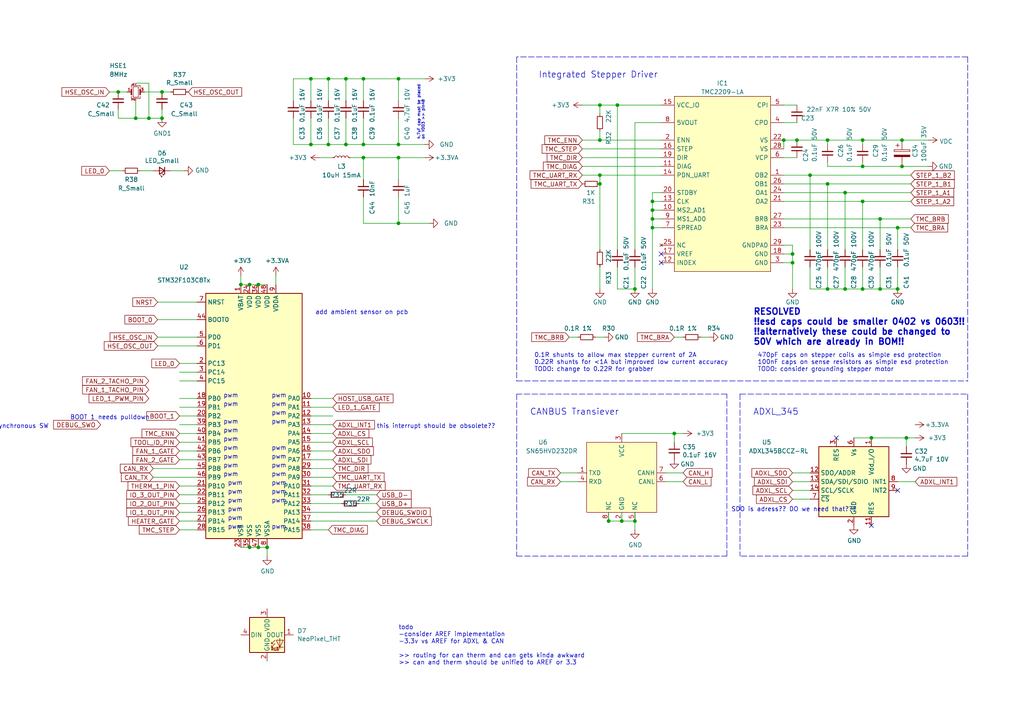
<source format=kicad_sch>
(kicad_sch (version 20231120) (generator "eeschema") (generator_version "8.0")
  (paper "A4")
  (title_block (title "MCU & ICS") (date "2021-10-17") (rev "0.0") (company "VORTAC DESIGN") (comment 1 "!! wip untested revesion !!") (comment 2 "Designed to be used with Klipper Firmware") (comment 3 "Canbus Networked Smart Tool Board") (comment 4 "-- VORTAC PCB --"))
  (junction (at 227.33 40.64))
  (junction (at 255.27 83.82))
  (junction (at 180.34 151.13))
  (junction (at 255.27 63.5))
  (junction (at 115.57 22.86))
  (junction (at 234.95 50.8))
  (junction (at 72.39 158.75))
  (junction (at 179.07 30.48))
  (junction (at 173.99 50.8))
  (junction (at 173.99 30.48))
  (junction (at 100.33 22.86))
  (junction (at 245.11 83.82))
  (junction (at 240.03 40.64))
  (junction (at 105.41 45.72))
  (junction (at 69.85 82.55))
  (junction (at 46.99 26.67))
  (junction (at 115.57 41.91))
  (junction (at 173.99 53.34))
  (junction (at 229.87 73.66))
  (junction (at 115.57 64.77))
  (junction (at 43.18 34.29))
  (junction (at 90.17 41.91))
  (junction (at 250.19 58.42))
  (junction (at 250.19 40.64))
  (junction (at 240.03 83.82))
  (junction (at 46.99 34.29))
  (junction (at 184.15 83.82))
  (junction (at 240.03 53.34))
  (junction (at 261.62 40.64))
  (junction (at 90.17 22.86))
  (junction (at 77.47 158.75))
  (junction (at 72.39 82.55))
  (junction (at 105.41 22.86))
  (junction (at 189.23 66.04))
  (junction (at 176.53 151.13))
  (junction (at 189.23 60.96))
  (junction (at 95.25 22.86))
  (junction (at 262.89 127))
  (junction (at 250.19 83.82))
  (junction (at 173.99 40.64))
  (junction (at 105.41 41.91))
  (junction (at 184.15 151.13))
  (junction (at 189.23 63.5))
  (junction (at 100.33 41.91))
  (junction (at 34.29 26.67))
  (junction (at 260.35 66.04))
  (junction (at 229.87 76.2))
  (junction (at 189.23 58.42))
  (junction (at 95.25 41.91))
  (junction (at 195.58 125.73))
  (junction (at 260.35 83.82))
  (junction (at 231.14 40.64))
  (junction (at 39.37 34.29))
  (junction (at 74.93 158.75))
  (junction (at 74.93 82.55))
  (junction (at 252.73 127))
  (junction (at 245.11 55.88))
  (junction (at 250.19 48.26))
  (junction (at 261.62 48.26))
  (junction (at 115.57 45.72))
  (no_connect (at 242.57 127))
  (no_connect (at 191.77 73.66))
  (no_connect (at 260.35 142.24))
  (no_connect (at 191.77 76.2))
  (no_connect (at 252.73 152.4))
  (wire (pts (xy 191.77 55.88) (xy 189.23 55.88)))
  (wire (pts (xy 189.23 60.96) (xy 189.23 63.5)))
  (wire (pts (xy 45.72 97.79) (xy 57.15 97.79)))
  (wire (pts (xy 250.19 48.26) (xy 261.62 48.26)))
  (wire (pts (xy 179.07 83.82) (xy 184.15 83.82)))
  (wire (pts (xy 52.07 133.35) (xy 57.15 133.35)))
  (wire (pts (xy 45.72 100.33) (xy 57.15 100.33)))
  (wire (pts (xy 260.35 66.04) (xy 260.35 72.39)))
  (wire (pts (xy 74.93 158.75) (xy 77.47 158.75)))
  (wire (pts (xy 85.09 29.21) (xy 85.09 22.86)))
  (wire (pts (xy 227.33 40.64) (xy 231.14 40.64)))
  (wire (pts (xy 52.07 140.97) (xy 57.15 140.97)))
  (wire (pts (xy 250.19 40.64) (xy 261.62 40.64)))
  (wire (pts (xy 96.52 130.81) (xy 90.17 130.81)))
  (wire (pts (xy 100.33 143.51) (xy 109.22 143.51)))
  (wire (pts (xy 240.03 83.82) (xy 245.11 83.82)))
  (wire (pts (xy 115.57 41.91) (xy 123.19 41.91)))
  (wire (pts (xy 96.52 45.72) (xy 92.71 45.72)))
  (wire (pts (xy 245.11 55.88) (xy 245.11 72.39)))
  (wire (pts (xy 52.07 146.05) (xy 57.15 146.05)))
  (wire (pts (xy 90.17 143.51) (xy 95.25 143.51)))
  (wire (pts (xy 176.53 151.13) (xy 180.34 151.13)))
  (wire (pts (xy 250.19 83.82) (xy 255.27 83.82)))
  (wire (pts (xy 173.99 33.02) (xy 173.99 30.48)))
  (wire (pts (xy 43.18 24.13) (xy 43.18 34.29)))
  (wire (pts (xy 31.75 26.67) (xy 34.29 26.67)))
  (wire (pts (xy 240.03 53.34) (xy 240.03 72.39)))
  (wire (pts (xy 240.03 83.82) (xy 240.03 77.47)))
  (wire (pts (xy 229.87 76.2) (xy 227.33 76.2)))
  (wire (pts (xy 173.99 50.8) (xy 173.99 53.34)))
  (wire (pts (xy 105.41 41.91) (xy 115.57 41.91)))
  (wire (pts (xy 173.99 40.64) (xy 191.77 40.64)))
  (wire (pts (xy 90.17 153.67) (xy 95.25 153.67)))
  (wire (pts (xy 179.07 30.48) (xy 179.07 72.39)))
  (wire (pts (xy 167.64 137.16) (xy 162.56 137.16)))
  (wire (pts (xy 100.33 22.86) (xy 105.41 22.86)))
  (wire (pts (xy 247.65 127) (xy 252.73 127)))
  (wire (pts (xy 115.57 45.72) (xy 123.19 45.72)))
  (wire (pts (xy 179.07 30.48) (xy 191.77 30.48)))
  (wire (pts (xy 96.52 135.89) (xy 90.17 135.89)))
  (wire (pts (xy 101.6 45.72) (xy 105.41 45.72)))
  (wire (pts (xy 90.17 115.57) (xy 96.52 115.57)))
  (wire (pts (xy 72.39 82.55) (xy 74.93 82.55)))
  (wire (pts (xy 195.58 125.73) (xy 198.12 125.73)))
  (wire (pts (xy 52.07 143.51) (xy 57.15 143.51)))
  (wire (pts (xy 100.33 41.91) (xy 100.33 34.29)))
  (wire (pts (xy 245.11 83.82) (xy 245.11 77.47)))
  (wire (pts (xy 39.37 29.21) (xy 39.37 34.29)))
  (wire (pts (xy 95.25 29.21) (xy 95.25 22.86)))
  (wire (pts (xy 49.53 49.53) (xy 53.34 49.53)))
  (wire (pts (xy 77.47 158.75) (xy 77.47 161.29)))
  (wire (pts (xy 52.07 123.19) (xy 57.15 123.19)))
  (polyline (pts (xy 280.67 16.51) (xy 280.67 110.49)) (stroke (width 0) (type dash)))
  (wire (pts (xy 90.17 138.43) (xy 96.52 138.43)))
  (polyline (pts (xy 280.67 16.51) (xy 149.86 16.51)) (stroke (width 0) (type dash)))
  (wire (pts (xy 115.57 64.77) (xy 124.46 64.77)))
  (wire (pts (xy 105.41 22.86) (xy 115.57 22.86)))
  (wire (pts (xy 168.91 45.72) (xy 191.77 45.72)))
  (wire (pts (xy 173.99 50.8) (xy 191.77 50.8)))
  (wire (pts (xy 255.27 83.82) (xy 255.27 77.47)))
  (wire (pts (xy 189.23 83.82) (xy 189.23 66.04)))
  (wire (pts (xy 100.33 29.21) (xy 100.33 22.86)))
  (wire (pts (xy 168.91 30.48) (xy 173.99 30.48)))
  (wire (pts (xy 105.41 57.15) (xy 105.41 64.77)))
  (wire (pts (xy 168.91 40.64) (xy 173.99 40.64)))
  (wire (pts (xy 80.01 80.01) (xy 80.01 82.55)))
  (wire (pts (xy 227.33 55.88) (xy 245.11 55.88)))
  (wire (pts (xy 52.07 151.13) (xy 57.15 151.13)))
  (wire (pts (xy 168.91 43.18) (xy 191.77 43.18)))
  (wire (pts (xy 176.53 148.59) (xy 176.53 151.13)))
  (wire (pts (xy 195.58 125.73) (xy 195.58 128.27)))
  (wire (pts (xy 184.15 35.56) (xy 191.77 35.56)))
  (wire (pts (xy 172.72 97.79) (xy 175.26 97.79)))
  (wire (pts (xy 189.23 63.5) (xy 189.23 66.04)))
  (wire (pts (xy 250.19 46.99) (xy 250.19 48.26)))
  (wire (pts (xy 227.33 63.5) (xy 255.27 63.5)))
  (wire (pts (xy 105.41 45.72) (xy 115.57 45.72)))
  (wire (pts (xy 173.99 77.47) (xy 173.99 83.82)))
  (wire (pts (xy 234.95 50.8) (xy 234.95 72.39)))
  (wire (pts (xy 57.15 128.27) (xy 52.07 128.27)))
  (wire (pts (xy 85.09 34.29) (xy 85.09 41.91)))
  (wire (pts (xy 227.33 45.72) (xy 231.14 45.72)))
  (wire (pts (xy 90.17 120.65) (xy 96.52 120.65)))
  (wire (pts (xy 189.23 58.42) (xy 191.77 58.42)))
  (wire (pts (xy 255.27 63.5) (xy 264.16 63.5)))
  (wire (pts (xy 52.07 110.49) (xy 57.15 110.49)))
  (wire (pts (xy 193.04 137.16) (xy 198.12 137.16)))
  (wire (pts (xy 269.24 48.26) (xy 261.62 48.26)))
  (wire (pts (xy 41.91 26.67) (xy 46.99 26.67)))
  (wire (pts (xy 180.34 125.73) (xy 195.58 125.73)))
  (wire (pts (xy 189.23 63.5) (xy 191.77 63.5)))
  (wire (pts (xy 100.33 41.91) (xy 105.41 41.91)))
  (wire (pts (xy 90.17 128.27) (xy 96.52 128.27)))
  (wire (pts (xy 234.95 139.7) (xy 229.87 139.7)))
  (wire (pts (xy 184.15 151.13) (xy 184.15 153.67)))
  (wire (pts (xy 240.03 46.99) (xy 240.03 48.26)))
  (wire (pts (xy 260.35 139.7) (xy 265.43 139.7)))
  (wire (pts (xy 105.41 64.77) (xy 115.57 64.77)))
  (wire (pts (xy 90.17 41.91) (xy 90.17 34.29)))
  (wire (pts (xy 95.25 41.91) (xy 100.33 41.91)))
  (wire (pts (xy 227.33 30.48) (xy 231.14 30.48)))
  (wire (pts (xy 250.19 58.42) (xy 250.19 72.39)))
  (wire (pts (xy 43.18 34.29) (xy 46.99 34.29)))
  (wire (pts (xy 52.07 115.57) (xy 57.15 115.57)))
  (wire (pts (xy 44.45 138.43) (xy 57.15 138.43)))
  (wire (pts (xy 227.33 43.18) (xy 227.33 40.64)))
  (wire (pts (xy 189.23 58.42) (xy 189.23 60.96)))
  (polyline (pts (xy 214.63 114.3) (xy 214.63 161.29)) (stroke (width 0) (type dash)))
  (wire (pts (xy 240.03 48.26) (xy 250.19 48.26)))
  (wire (pts (xy 77.47 82.55) (xy 74.93 82.55)))
  (wire (pts (xy 95.25 41.91) (xy 95.25 34.29)))
  (wire (pts (xy 52.07 118.11) (xy 57.15 118.11)))
  (wire (pts (xy 168.91 48.26) (xy 191.77 48.26)))
  (polyline (pts (xy 210.82 114.3) (xy 149.86 114.3)) (stroke (width 0) (type dash)))
  (wire (pts (xy 45.72 87.63) (xy 57.15 87.63)))
  (polyline (pts (xy 280.67 114.3) (xy 280.67 161.29)) (stroke (width 0) (type dash)))
  (polyline (pts (xy 149.86 114.3) (xy 149.86 161.29)) (stroke (width 0) (type dash)))
  (wire (pts (xy 115.57 41.91) (xy 115.57 34.29)))
  (wire (pts (xy 39.37 34.29) (xy 43.18 34.29)))
  (wire (pts (xy 52.07 148.59) (xy 57.15 148.59)))
  (wire (pts (xy 229.87 73.66) (xy 227.33 73.66)))
  (wire (pts (xy 234.95 50.8) (xy 264.16 50.8)))
  (wire (pts (xy 31.75 49.53) (xy 35.56 49.53)))
  (polyline (pts (xy 149.86 161.29) (xy 210.82 161.29)) (stroke (width 0) (type dash)))
  (wire (pts (xy 44.45 135.89) (xy 57.15 135.89)))
  (wire (pts (xy 34.29 26.67) (xy 36.83 26.67)))
  (wire (pts (xy 198.12 97.79) (xy 195.58 97.79)))
  (wire (pts (xy 262.89 127) (xy 262.89 129.54)))
  (wire (pts (xy 173.99 30.48) (xy 179.07 30.48)))
  (polyline (pts (xy 214.63 114.3) (xy 280.67 114.3)) (stroke (width 0) (type dash)))
  (wire (pts (xy 52.07 105.41) (xy 57.15 105.41)))
  (wire (pts (xy 229.87 71.12) (xy 229.87 73.66)))
  (wire (pts (xy 184.15 83.82) (xy 184.15 77.47)))
  (wire (pts (xy 105.41 41.91) (xy 105.41 34.29)))
  (wire (pts (xy 39.37 24.13) (xy 43.18 24.13)))
  (wire (pts (xy 85.09 41.91) (xy 90.17 41.91)))
  (wire (pts (xy 69.85 158.75) (xy 72.39 158.75)))
  (wire (pts (xy 69.85 80.01) (xy 69.85 82.55)))
  (wire (pts (xy 240.03 40.64) (xy 240.03 41.91)))
  (wire (pts (xy 234.95 144.78) (xy 229.87 144.78)))
  (wire (pts (xy 90.17 22.86) (xy 95.25 22.86)))
  (wire (pts (xy 189.23 60.96) (xy 191.77 60.96)))
  (wire (pts (xy 90.17 123.19) (xy 96.52 123.19)))
  (wire (pts (xy 34.29 34.29) (xy 39.37 34.29)))
  (wire (pts (xy 269.24 40.64) (xy 261.62 40.64)))
  (wire (pts (xy 227.33 66.04) (xy 260.35 66.04)))
  (wire (pts (xy 245.11 83.82) (xy 250.19 83.82)))
  (polyline (pts (xy 280.67 161.29) (xy 214.63 161.29)) (stroke (width 0) (type dash)))
  (wire (pts (xy 40.64 49.53) (xy 44.45 49.53)))
  (wire (pts (xy 52.07 153.67) (xy 57.15 153.67)))
  (wire (pts (xy 250.19 58.42) (xy 264.16 58.42)))
  (wire (pts (xy 90.17 148.59) (xy 109.22 148.59)))
  (wire (pts (xy 115.57 22.86) (xy 115.57 29.21)))
  (wire (pts (xy 105.41 22.86) (xy 105.41 29.21)))
  (wire (pts (xy 168.91 50.8) (xy 173.99 50.8)))
  (wire (pts (xy 231.14 35.56) (xy 227.33 35.56)))
  (wire (pts (xy 173.99 53.34) (xy 173.99 72.39)))
  (wire (pts (xy 179.07 77.47) (xy 179.07 83.82)))
  (wire (pts (xy 165.1 97.79) (xy 167.64 97.79)))
  (wire (pts (xy 189.23 55.88) (xy 189.23 58.42)))
  (wire (pts (xy 250.19 83.82) (xy 250.19 77.47)))
  (wire (pts (xy 180.34 151.13) (xy 184.15 151.13)))
  (wire (pts (xy 240.03 53.34) (xy 264.16 53.34)))
  (wire (pts (xy 90.17 146.05) (xy 99.06 146.05)))
  (wire (pts (xy 184.15 151.13) (xy 184.15 148.59)))
  (wire (pts (xy 90.17 125.73) (xy 96.52 125.73)))
  (wire (pts (xy 52.07 107.95) (xy 57.15 107.95)))
  (wire (pts (xy 96.52 140.97) (xy 90.17 140.97)))
  (wire (pts (xy 95.25 22.86) (xy 100.33 22.86)))
  (wire (pts (xy 260.35 66.04) (xy 264.16 66.04)))
  (wire (pts (xy 173.99 38.1) (xy 173.99 40.64)))
  (wire (pts (xy 229.87 137.16) (xy 234.95 137.16)))
  (wire (pts (xy 234.95 77.47) (xy 234.95 83.82)))
  (wire (pts (xy 189.23 66.04) (xy 191.77 66.04)))
  (wire (pts (xy 227.33 50.8) (xy 234.95 50.8)))
  (wire (pts (xy 90.17 151.13) (xy 109.22 151.13)))
  (wire (pts (xy 104.14 146.05) (xy 109.22 146.05)))
  (polyline (pts (xy 149.86 16.51) (xy 149.86 110.49)) (stroke (width 0) (type dash)))
  (wire (pts (xy 252.73 127) (xy 262.89 127)))
  (wire (pts (xy 46.99 26.67) (xy 49.53 26.67)))
  (wire (pts (xy 72.39 158.75) (xy 74.93 158.75)))
  (wire (pts (xy 52.07 120.65) (xy 57.15 120.65)))
  (wire (pts (xy 72.39 82.55) (xy 69.85 82.55)))
  (wire (pts (xy 193.04 139.7) (xy 198.12 139.7)))
  (wire (pts (xy 231.14 40.64) (xy 240.03 40.64)))
  (wire (pts (xy 115.57 22.86) (xy 123.19 22.86)))
  (wire (pts (xy 255.27 83.82) (xy 260.35 83.82)))
  (wire (pts (xy 240.03 40.64) (xy 250.19 40.64)))
  (wire (pts (xy 90.17 133.35) (xy 96.52 133.35)))
  (wire (pts (xy 46.99 34.29) (xy 46.99 31.75)))
  (wire (pts (xy 85.09 22.86) (xy 90.17 22.86)))
  (wire (pts (xy 229.87 73.66) (xy 229.87 76.2)))
  (wire (pts (xy 52.07 130.81) (xy 57.15 130.81)))
  (wire (pts (xy 227.33 58.42) (xy 250.19 58.42)))
  (wire (pts (xy 184.15 35.56) (xy 184.15 72.39)))
  (wire (pts (xy 260.35 83.82) (xy 260.35 77.47)))
  (wire (pts (xy 115.57 52.07) (xy 115.57 45.72)))
  (wire (pts (xy 229.87 142.24) (xy 234.95 142.24)))
  (wire (pts (xy 52.07 125.73) (xy 57.15 125.73)))
  (wire (pts (xy 262.89 127) (xy 265.43 127)))
  (wire (pts (xy 180.34 151.13) (xy 180.34 148.59)))
  (wire (pts (xy 227.33 71.12) (xy 229.87 71.12)))
  (wire (pts (xy 245.11 55.88) (xy 264.16 55.88)))
  (polyline (pts (xy 210.82 161.29) (xy 210.82 114.3)) (stroke (width 0) (type dash)))
  (wire (pts (xy 105.41 52.07) (xy 105.41 45.72)))
  (wire (pts (xy 162.56 139.7) (xy 167.64 139.7)))
  (wire (pts (xy 90.17 118.11) (xy 96.52 118.11)))
  (wire (pts (xy 234.95 83.82) (xy 240.03 83.82)))
  (wire (pts (xy 205.74 97.79) (xy 203.2 97.79)))
  (wire (pts (xy 45.72 92.71) (xy 57.15 92.71)))
  (wire (pts (xy 90.17 29.21) (xy 90.17 22.86)))
  (wire (pts (xy 115.57 57.15) (xy 115.57 64.77)))
  (wire (pts (xy 90.17 41.91) (xy 95.25 41.91)))
  (wire (pts (xy 227.33 53.34) (xy 240.03 53.34)))
  (wire (pts (xy 34.29 31.75) (xy 34.29 34.29)))
  (wire (pts (xy 229.87 76.2) (xy 229.87 83.82)))
  (wire (pts (xy 255.27 63.5) (xy 255.27 72.39)))
  (polyline (pts (xy 149.86 110.49) (xy 280.67 110.49)) (stroke (width 0) (type dash)))
  (wire (pts (xy 250.19 40.64) (xy 250.19 41.91)))
  (text "pwm" (at 78.74 115.57 0) (effects (font (size 1.27 1.27)) (justify left bottom)))
  (text "pwm" (at 66.04 140.97 0) (effects (font (size 1.27 1.27)) (justify left bottom)))
  (text "pwm" (at 66.04 148.59 0) (effects (font (size 1.27 1.27)) (justify left bottom)))
  (text "pwm" (at 78.74 130.81 0) (effects (font (size 1.27 1.27)) (justify left bottom)))
  (text "RESOLVED\n!!esd caps could be smaller 0402 vs 0603!!\n!!alternatively these could be changed to \n50V which are already in BOM!!" (at 218.44 100.33 0) (effects (font (size 1.8034 1.8034) (thickness 0.3607) (bold yes)) (justify left bottom)))
  (text "pwm" (at 66.04 151.13 0) (effects (font (size 1.27 1.27)) (justify left bottom)))
  (text "0.1R shunts to allow max stepper current of 2A\n0.22R shunts for <1A but improved low current accuracy\nTODO: change to 0.22R for grabber" (at 154.94 107.95 0) (effects (font (size 1.27 1.27)) (justify left bottom)))
  (text "pwm" (at 66.04 146.05 0) (effects (font (size 1.27 1.27)) (justify left bottom)))
  (text "pwm" (at 64.77 130.81 0) (effects (font (size 1.27 1.27)) (justify left bottom)))
  (text "this interrupt should be obsolete??" (at 109.22 124.46 0) (effects (font (size 1.27 1.27)) (justify left bottom)))
  (text "pwm" (at 78.74 146.05 0) (effects (font (size 1.27 1.27)) (justify left bottom)))
  (text "ADXL_345" (at 218.44 120.65 0) (effects (font (size 1.8034 1.8034)) (justify left bottom)))
  (text "pwm" (at 64.77 138.43 0) (effects (font (size 1.27 1.27)) (justify left bottom)))
  (text "pwm" (at 64.77 115.57 0) (effects (font (size 1.27 1.27)) (justify left bottom)))
  (text "SDO is adress?? DO we need that???" (at 212.09 148.59 0) (effects (font (size 1.27 1.27)) (justify left bottom)))
  (text "pwm" (at 66.04 143.51 0) (effects (font (size 1.27 1.27)) (justify left bottom)))
  (text "pwm" (at 64.77 128.27 0) (effects (font (size 1.27 1.27)) (justify left bottom)))
  (text "pwm" (at 78.74 133.35 0) (effects (font (size 1.27 1.27)) (justify left bottom)))
  (text "pwm" (at 66.04 153.67 0) (effects (font (size 1.27 1.27)) (justify left bottom)))
  (text "pwm" (at 64.77 133.35 0) (effects (font (size 1.27 1.27)) (justify left bottom)))
  (text "pwm" (at 78.74 140.97 0) (effects (font (size 1.27 1.27)) (justify left bottom)))
  (text "pwm" (at 78.74 138.43 0) (effects (font (size 1.27 1.27)) (justify left bottom)))
  (text "pwm" (at 78.74 118.11 0) (effects (font (size 1.27 1.27)) (justify left bottom)))
  (text "pwm" (at 78.74 123.19 0) (effects (font (size 1.27 1.27)) (justify left bottom)))
  (text "Integrated Stepper Driver" (at 156.21 22.86 0) (effects (font (size 1.8034 1.8034)) (justify left bottom)))
  (text "4.7uF cap must be placed \non VDD3 >> pin48" (at 123.19 40.64 90) (effects (font (size 0.7874 0.7874)) (justify left bottom)))
  (text "pwm" (at 64.77 123.19 0) (effects (font (size 1.27 1.27)) (justify left bottom)))
  (text "todo \n-consider AREF implementation\n-3.3v vs AREF for ADXL & CAN\n\n>> routing for can therm and can gets kinda awkward\n>> can and therm should be unified to AREF or 3.3" (at 115.57 193.04 0) (effects (font (size 1.27 1.27)) (justify left bottom)))
  (text "470pF caps on stepper coils as simple esd protection\n100nF caps on sense resistors as simple esd protection\nTODO: consider grounding stepper motor" (at 219.71 107.95 0) (effects (font (size 1.27 1.27)) (justify left bottom)))
  (text "pwm" (at 64.77 118.11 0) (effects (font (size 1.27 1.27)) (justify left bottom)))
  (text "BOOT 1 needs pulldown" (at 20.32 121.92 0) (effects (font (size 1.27 1.27)) (justify left bottom)))
  (text "pwm" (at 78.74 153.67 0) (effects (font (size 1.27 1.27)) (justify left bottom)))
  (text "pwm" (at 78.74 135.89 0) (effects (font (size 1.27 1.27)) (justify left bottom)))
  (text "pwm" (at 64.77 135.89 0) (effects (font (size 1.27 1.27)) (justify left bottom)))
  (text "add ambient sensor on pcb\n" (at 91.44 91.44 0) (effects (font (size 1.27 1.27)) (justify left bottom)))
  (text "Optional Asynchronous SW" (at -11.43 124.46 0) (effects (font (size 1.27 1.27)) (justify left bottom)))
  (text "pwm" (at 78.74 120.65 0) (effects (font (size 1.27 1.27)) (justify left bottom)))
  (text "pwm" (at 78.74 143.51 0) (effects (font (size 1.27 1.27)) (justify left bottom)))
  (text "CANBUS Transiever" (at 153.67 120.65 0) (effects (font (size 1.8034 1.8034)) (justify left bottom)))
  (text "pwm" (at 64.77 125.73 0) (effects (font (size 1.27 1.27)) (justify left bottom)))
  (global_label "ADXL_INT1" (shape input) (at 265.43 139.7 0) (property "Intersheetrefs" "${INTERSHEET_REFS}" (effects (hide yes))))
  (global_label "FAN_2_GATE" (shape input) (at 52.07 133.35 180) (property "Intersheetrefs" "${INTERSHEET_REFS}" (effects (hide yes))))
  (global_label "HSE_OSC_OUT" (shape input) (at 45.72 100.33 180) (property "Intersheetrefs" "${INTERSHEET_REFS}" (effects (hide yes))))
  (global_label "TOOL_ID_PIN" (shape input) (at 52.07 128.27 180) (property "Intersheetrefs" "${INTERSHEET_REFS}" (effects (hide yes))))
  (global_label "CAN_H" (shape input) (at 198.12 137.16 0) (property "Intersheetrefs" "${INTERSHEET_REFS}" (effects (hide yes))))
  (global_label "ADXL_SCL" (shape input) (at 96.52 128.27 0) (property "Intersheetrefs" "${INTERSHEET_REFS}" (effects (hide yes))))
  (global_label "LED_1_PWM_PIN" (shape input) (at 43.18 115.57 180) (property "Intersheetrefs" "${INTERSHEET_REFS}" (effects (hide yes))))
  (global_label "CAN_L" (shape input) (at 198.12 139.7 0) (property "Intersheetrefs" "${INTERSHEET_REFS}" (effects (hide yes))))
  (global_label "STEP_1_B2" (shape input) (at 264.16 50.8 0) (property "Intersheetrefs" "${INTERSHEET_REFS}" (effects (hide yes))))
  (global_label "LED_0" (shape input) (at 52.07 105.41 180) (property "Intersheetrefs" "${INTERSHEET_REFS}" (effects (hide yes))))
  (global_label "HOST_USB_GATE" (shape input) (at 96.52 115.57 0) (property "Intersheetrefs" "${INTERSHEET_REFS}" (effects (hide yes))))
  (global_label "HSE_OSC_IN" (shape input) (at 45.72 97.79 180) (property "Intersheetrefs" "${INTERSHEET_REFS}" (effects (hide yes))))
  (global_label "HSE_OSC_OUT" (shape input) (at 54.61 26.67 0) (property "Intersheetrefs" "${INTERSHEET_REFS}" (effects (hide yes))))
  (global_label "FAN_2_TACHO_PIN" (shape input) (at 43.18 110.49 180) (property "Intersheetrefs" "${INTERSHEET_REFS}" (effects (hide yes))))
  (global_label "TMC_UART_RX" (shape input) (at 168.91 50.8 180) (property "Intersheetrefs" "${INTERSHEET_REFS}" (effects (hide yes))))
  (global_label "ADXL_SDI" (shape input) (at 96.52 133.35 0) (property "Intersheetrefs" "${INTERSHEET_REFS}" (effects (hide yes))))
  (global_label "STEP_1_A1" (shape input) (at 264.16 55.88 0) (property "Intersheetrefs" "${INTERSHEET_REFS}" (effects (hide yes))))
  (global_label "THERM_1_PIN" (shape input) (at 52.07 140.97 180) (property "Intersheetrefs" "${INTERSHEET_REFS}" (effects (hide yes))))
  (global_label "DEBUG_SWO" (shape input) (at 29.21 123.19 180) (property "Intersheetrefs" "${INTERSHEET_REFS}" (effects (hide yes))))
  (global_label "ADXL_CS" (shape input) (at 96.52 125.73 0) (property "Intersheetrefs" "${INTERSHEET_REFS}" (effects (hide yes))))
  (global_label "TMC_STEP" (shape input) (at 168.91 43.18 180) (property "Intersheetrefs" "${INTERSHEET_REFS}" (effects (hide yes))))
  (global_label "ADXL_SDO" (shape input) (at 229.87 137.16 180) (property "Intersheetrefs" "${INTERSHEET_REFS}" (effects (hide yes))))
  (global_label "TMC_DIAG" (shape input) (at 168.91 48.26 180) (property "Intersheetrefs" "${INTERSHEET_REFS}" (effects (hide yes))))
  (global_label "USB_D+" (shape input) (at 109.22 146.05 0) (property "Intersheetrefs" "${INTERSHEET_REFS}" (effects (hide yes))))
  (global_label "TMC_BRB" (shape input) (at 264.16 63.5 0) (property "Intersheetrefs" "${INTERSHEET_REFS}" (effects (hide yes))))
  (global_label "TMC_ENN" (shape input) (at 168.91 40.64 180) (property "Intersheetrefs" "${INTERSHEET_REFS}" (effects (hide yes))))
  (global_label "BOOT_1" (shape input) (at 52.07 120.65 180) (property "Intersheetrefs" "${INTERSHEET_REFS}" (effects (hide yes))))
  (global_label "TMC_ENN" (shape input) (at 52.07 125.73 180) (property "Intersheetrefs" "${INTERSHEET_REFS}" (effects (hide yes))))
  (global_label "TMC_DIR" (shape input) (at 96.52 135.89 0) (property "Intersheetrefs" "${INTERSHEET_REFS}" (effects (hide yes))))
  (global_label "TMC_STEP" (shape input) (at 52.07 153.67 180) (property "Intersheetrefs" "${INTERSHEET_REFS}" (effects (hide yes))))
  (global_label "TMC_BRA" (shape input) (at 195.58 97.79 180) (property "Intersheetrefs" "${INTERSHEET_REFS}" (effects (hide yes))))
  (global_label "CAN_RX" (shape input) (at 162.56 139.7 180) (property "Intersheetrefs" "${INTERSHEET_REFS}" (effects (hide yes))))
  (global_label "TMC_BRB" (shape input) (at 165.1 97.79 180) (property "Intersheetrefs" "${INTERSHEET_REFS}" (effects (hide yes))))
  (global_label "TMC_UART_TX" (shape input) (at 168.91 53.34 180) (property "Intersheetrefs" "${INTERSHEET_REFS}" (effects (hide yes))))
  (global_label "FAN_1_TACHO_PIN" (shape input) (at 43.18 113.03 180) (property "Intersheetrefs" "${INTERSHEET_REFS}" (effects (hide yes))))
  (global_label "DEBUG_SWCLK" (shape input) (at 109.22 151.13 0) (property "Intersheetrefs" "${INTERSHEET_REFS}" (effects (hide yes))))
  (global_label "STEP_1_A2" (shape input) (at 264.16 58.42 0) (property "Intersheetrefs" "${INTERSHEET_REFS}" (effects (hide yes))))
  (global_label "CAN_RX" (shape input) (at 44.45 135.89 180) (property "Intersheetrefs" "${INTERSHEET_REFS}" (effects (hide yes))))
  (global_label "ADXL_SDO" (shape input) (at 96.52 130.81 0) (property "Intersheetrefs" "${INTERSHEET_REFS}" (effects (hide yes))))
  (global_label "LED_0" (shape input) (at 31.75 49.53 180) (property "Intersheetrefs" "${INTERSHEET_REFS}" (effects (hide yes))))
  (global_label "ADXL_SCL" (shape input) (at 229.87 142.24 180) (property "Intersheetrefs" "${INTERSHEET_REFS}" (effects (hide yes))))
  (global_label "NRST" (shape input) (at 45.72 87.63 180) (property "Intersheetrefs" "${INTERSHEET_REFS}" (effects (hide yes))))
  (global_label "USB_D-" (shape input) (at 109.22 143.51 0) (property "Intersheetrefs" "${INTERSHEET_REFS}" (effects (hide yes))))
  (global_label "BOOT_0" (shape input) (at 45.72 92.71 180) (property "Intersheetrefs" "${INTERSHEET_REFS}" (effects (hide yes))))
  (global_label "HEATER_GATE" (shape input) (at 52.07 151.13 180) (property "Intersheetrefs" "${INTERSHEET_REFS}" (effects (hide yes))))
  (global_label "TMC_DIAG" (shape input) (at 95.25 153.67 0) (property "Intersheetrefs" "${INTERSHEET_REFS}" (effects (hide yes))))
  (global_label "CAN_TX" (shape input) (at 44.45 138.43 180) (property "Intersheetrefs" "${INTERSHEET_REFS}" (effects (hide yes))))
  (global_label "STEP_1_B1" (shape input) (at 264.16 53.34 0) (property "Intersheetrefs" "${INTERSHEET_REFS}" (effects (hide yes))))
  (global_label "LED_1_GATE" (shape input) (at 96.52 118.11 0) (property "Intersheetrefs" "${INTERSHEET_REFS}" (effects (hide yes))))
  (global_label "ADXL_CS" (shape input) (at 229.87 144.78 180) (property "Intersheetrefs" "${INTERSHEET_REFS}" (effects (hide yes))))
  (global_label "IO_3_OUT_PIN" (shape input) (at 52.07 143.51 180) (property "Intersheetrefs" "${INTERSHEET_REFS}" (effects (hide yes))))
  (global_label "HSE_OSC_IN" (shape input) (at 31.75 26.67 180) (property "Intersheetrefs" "${INTERSHEET_REFS}" (effects (hide yes))))
  (global_label "TMC_UART_TX" (shape input) (at 96.52 138.43 0) (property "Intersheetrefs" "${INTERSHEET_REFS}" (effects (hide yes))))
  (global_label "IO_1_OUT_PIN" (shape input) (at 52.07 148.59 180) (property "Intersheetrefs" "${INTERSHEET_REFS}" (effects (hide yes))))
  (global_label "TMC_BRA" (shape input) (at 264.16 66.04 0) (property "Intersheetrefs" "${INTERSHEET_REFS}" (effects (hide yes))))
  (global_label "ADXL_INT1" (shape input) (at 96.52 123.19 0) (property "Intersheetrefs" "${INTERSHEET_REFS}" (effects (hide yes))))
  (global_label "TMC_DIR" (shape input) (at 168.91 45.72 180) (property "Intersheetrefs" "${INTERSHEET_REFS}" (effects (hide yes))))
  (global_label "TMC_UART_RX" (shape input) (at 96.52 140.97 0) (property "Intersheetrefs" "${INTERSHEET_REFS}" (effects (hide yes))))
  (global_label "IO_2_OUT_PIN" (shape input) (at 52.07 146.05 180) (property "Intersheetrefs" "${INTERSHEET_REFS}" (effects (hide yes))))
  (global_label "FAN_1_GATE" (shape input) (at 52.07 130.81 180) (property "Intersheetrefs" "${INTERSHEET_REFS}" (effects (hide yes))))
  (global_label "DEBUG_SWDIO" (shape input) (at 109.22 148.59 0) (property "Intersheetrefs" "${INTERSHEET_REFS}" (effects (hide yes))))
  (global_label "CAN_TX" (shape input) (at 162.56 137.16 180) (property "Intersheetrefs" "${INTERSHEET_REFS}" (effects (hide yes))))
  (global_label "ADXL_SDI" (shape input) (at 229.87 139.7 180) (property "Intersheetrefs" "${INTERSHEET_REFS}" (effects (hide yes))))
  (symbol (lib_id "VORTAC-rescue:STM32F103C8Tx-MCU_ST_STM32F1") (at 74.93 120.65 0) (unit 1)
    (property "Reference" "U2" (at 53.34 77.47 0))
    (property "Value" "STM32F103C8Tx" (at 53.34 81.28 0))
    (property "Footprint" "Package_QFP:LQFP-48_7x7mm_P0.5mm" (effects (hide yes)))
    (property "Datasheet" "https://www.lcsc.com/product-detail/ST-Microelectronics_STMicroelectronics-STM32F103C8T6_C8734.html" (effects (hide yes)))
    (property "LCSC" "C8734" (effects (hide yes)))
  )
  (symbol (lib_id "Device:C_Small") (at 260.35 74.93 180) (unit 1)
    (property "Reference" "C41" (at 262.89 83.82 90) (effects (justify right)))
    (property "Value" "0.1uF 50V" (at 262.89 77.47 90) (effects (justify right)))
    (property "Footprint" "Capacitor_SMD:C_0603_1608Metric" (effects (hide yes)))
    (property "Datasheet" "https://www.lcsc.com/product-detail/Multilayer-Ceramic-Capacitors-MLCC-SMD-SMT_Samsung-Electro-Mechanics-CL10B104KB8NNNC_C1591.html" (effects (hide yes)))
    (property "LCSC" "C66501" (effects (hide yes)))
    (instances (project "VORTAC" (path "" (reference "C41") (unit 1)) (path "" (reference "C?") (unit 1))))
  )
  (symbol (lib_id "Device:C_Small") (at 85.09 31.75 180) (unit 1)
    (property "Reference" "C33" (at 87.63 40.64 90) (effects (justify right)))
    (property "Value" "0.1uF 16V" (at 87.63 35.56 90) (effects (justify right)))
    (property "Footprint" "Capacitor_SMD:C_0402_1005Metric" (effects (hide yes)))
    (property "Datasheet" "https://www.lcsc.com/product-detail/Multilayer-Ceramic-Capacitors-MLCC-SMD-SMT_Samsung-Electro-Mechanics-CL05B104KO5NNNC_C1525.html" (effects (hide yes)))
    (property "LCSC" "C1525" (effects (hide yes)))
    (instances (project "VORTAC" (path "" (reference "C33") (unit 1)) (path "" (reference "C?") (unit 1))))
  )
  (symbol (lib_id "ToolChanger:SN65HVD232DR") (at 180.34 138.43 0) (unit 1)
    (property "Reference" "U6" (at 157.48 128.27 0))
    (property "Value" "SN65HVD232DR" (at 160.02 130.81 0))
    (property "Footprint" "Package_SO:SOIC-8_3.9x4.9mm_P1.27mm" (effects (hide yes)))
    (property "Datasheet" "https://www.lcsc.com/product-detail/CAN-ICs_Texas-Instruments-SN65HVD232DR_C30530.html" (effects (hide yes)))
    (property "LCSC" "C30530" (effects (hide yes)))
  )
  (symbol (lib_id "VORTAC-rescue:GND-power") (at 184.15 153.67 0) (unit 1)
    (property "Reference" "#PWR0121" (effects (hide yes)))
    (property "Value" "GND" (at 184.277 158.0642 0))
    (instances (project "VORTAC" (path "" (reference "#PWR0121") (unit 1)) (path "" (reference "#PWR?") (unit 1))))
  )
  (symbol (lib_id "Device:C_Small") (at 115.57 31.75 180) (unit 1)
    (property "Reference" "C40" (at 118.11 40.64 90) (effects (justify right)))
    (property "Value" "4.7uF 10V" (at 118.11 35.56 90) (effects (justify right)))
    (property "Footprint" "Capacitor_SMD:C_0402_1005Metric" (effects (hide yes)))
    (property "Datasheet" "https://www.lcsc.com/product-detail/Multilayer-Ceramic-Capacitors-MLCC-SMD-SMT_Samsung-Electro-Mechanics-CL05A475KP5NRNC_C368809.html" (effects (hide yes)))
    (property "LCSC" "C368809" (effects (hide yes)))
    (instances (project "VORTAC" (path "" (reference "C40") (unit 1)) (path "" (reference "C?") (unit 1))))
  )
  (symbol (lib_id "Device:C_Small") (at 90.17 31.75 180) (unit 1)
    (property "Reference" "C36" (at 92.71 40.64 90) (effects (justify right)))
    (property "Value" "0.1uF 16V" (at 92.71 35.56 90) (effects (justify right)))
    (property "Footprint" "Capacitor_SMD:C_0402_1005Metric" (effects (hide yes)))
    (property "Datasheet" "https://www.lcsc.com/product-detail/Multilayer-Ceramic-Capacitors-MLCC-SMD-SMT_Samsung-Electro-Mechanics-CL05B104KO5NNNC_C1525.html" (effects (hide yes)))
    (property "LCSC" "C1525" (effects (hide yes)))
    (instances (project "VORTAC" (path "" (reference "C36") (unit 1)) (path "" (reference "C?") (unit 1))))
  )
  (symbol (lib_id "Device:C_Small") (at 95.25 31.75 180) (unit 1)
    (property "Reference" "C37" (at 97.79 40.64 90) (effects (justify right)))
    (property "Value" "0.1uF 16V" (at 97.79 35.56 90) (effects (justify right)))
    (property "Footprint" "Capacitor_SMD:C_0402_1005Metric" (effects (hide yes)))
    (property "Datasheet" "https://www.lcsc.com/product-detail/Multilayer-Ceramic-Capacitors-MLCC-SMD-SMT_Samsung-Electro-Mechanics-CL05B104KO5NNNC_C1525.html" (effects (hide yes)))
    (property "LCSC" "C1525" (effects (hide yes)))
    (instances (project "VORTAC" (path "" (reference "C37") (unit 1)) (path "" (reference "C?") (unit 1))))
  )
  (symbol (lib_id "Device:C_Small") (at 100.33 31.75 180) (unit 1)
    (property "Reference" "C38" (at 102.87 40.64 90) (effects (justify right)))
    (property "Value" "0.1uF 16V" (at 102.87 35.56 90) (effects (justify right)))
    (property "Footprint" "Capacitor_SMD:C_0402_1005Metric" (effects (hide yes)))
    (property "Datasheet" "https://www.lcsc.com/product-detail/Multilayer-Ceramic-Capacitors-MLCC-SMD-SMT_Samsung-Electro-Mechanics-CL05B104KO5NNNC_C1525.html" (effects (hide yes)))
    (property "LCSC" "C1525" (effects (hide yes)))
    (instances (project "VORTAC" (path "" (reference "C38") (unit 1)) (path "" (reference "C?") (unit 1))))
  )
  (symbol (lib_id "VORTAC-rescue:GND-power") (at 195.58 133.35 0) (unit 1)
    (property "Reference" "#PWR0122" (effects (hide yes)))
    (property "Value" "GND" (at 199.39 134.62 0))
    (instances (project "VORTAC" (path "" (reference "#PWR0122") (unit 1)) (path "" (reference "#PWR?") (unit 1))))
  )
  (symbol (lib_id "Device:C_Small") (at 195.58 130.81 0) (unit 1)
    (property "Reference" "C35" (at 197.9168 129.6416 0) (effects (justify left)))
    (property "Value" "0.1uF 16V" (at 197.9168 131.953 0) (effects (justify left)))
    (property "Footprint" "Capacitor_SMD:C_0402_1005Metric" (effects (hide yes)))
    (property "Datasheet" "https://www.lcsc.com/product-detail/Multilayer-Ceramic-Capacitors-MLCC-SMD-SMT_Samsung-Electro-Mechanics-CL05B104KO5NNNC_C1525.html" (effects (hide yes)))
    (instances (project "VORTAC" (path "" (reference "C35") (unit 1)) (path "" (reference "C?") (unit 1))))
  )
  (symbol (lib_id "Device:C_Small") (at 105.41 31.75 180) (unit 1)
    (property "Reference" "C39" (at 107.95 40.64 90) (effects (justify right)))
    (property "Value" "0.1uF 16V" (at 107.95 35.56 90) (effects (justify right)))
    (property "Footprint" "Capacitor_SMD:C_0402_1005Metric" (effects (hide yes)))
    (property "Datasheet" "https://www.lcsc.com/product-detail/Multilayer-Ceramic-Capacitors-MLCC-SMD-SMT_Samsung-Electro-Mechanics-CL05B104KO5NNNC_C1525.html" (effects (hide yes)))
    (property "LCSC" "C1525" (effects (hide yes)))
    (instances (project "VORTAC" (path "" (reference "C39") (unit 1)) (path "" (reference "C?") (unit 1))))
  )
  (symbol (lib_id "VORTAC-rescue:GND-power") (at 123.19 41.91 90) (unit 1)
    (property "Reference" "#PWR0123" (effects (hide yes)))
    (property "Value" "GND" (at 129.54 41.91 90))
    (instances (project "VORTAC" (path "" (reference "#PWR0123") (unit 1)) (path "" (reference "#PWR?") (unit 1))))
  )
  (symbol (lib_id "VORTAC-rescue:GND-power") (at 77.47 161.29 0) (unit 1)
    (property "Reference" "#PWR0124" (effects (hide yes)))
    (property "Value" "GND" (at 77.597 165.6842 0))
    (instances (project "VORTAC" (path "" (reference "#PWR0124") (unit 1)) (path "" (reference "#PWR?") (unit 1))))
  )
  (symbol (lib_id "Device:Crystal_GND24_Small") (at 39.37 26.67 0) (unit 1)
    (property "Reference" "HSE1" (at 31.75 19.05 0) (effects (justify left)))
    (property "Value" "8MHz" (at 31.75 21.59 0) (effects (justify left)))
    (property "Footprint" "Crystal:Crystal_SMD_3225-4Pin_3.2x2.5mm" (effects (hide yes)))
    (property "Datasheet" "https://www.lcsc.com/product-detail/Crystals_Suzhou-Liming-Elec-3225-8-00-12-10-10-A_C518155.html" (effects (hide yes)))
    (property "LCSC" "C518155" (effects (hide yes)))
  )
  (symbol (lib_id "LED:NeoPixel_THT") (at 77.47 184.15 0) (unit 1)
    (property "Reference" "D7" (at 86.2076 182.9816 0) (effects (justify left)))
    (property "Value" "NeoPixel_THT" (at 86.2076 185.293 0) (effects (justify left)))
    (property "Footprint" "LED_SMD:LED_Cree-PLCC4_2x2mm_CW" (effects (hide yes)))
    (property "Datasheet" "https://www.adafruit.com/product/1938" (effects (hide yes)))
  )
  (symbol (lib_id "Device:C_Small") (at 46.99 29.21 0) (unit 1)
    (property "Reference" "C43" (at 52.07 30.48 0) (effects (justify left)))
    (property "Value" "C_Small" (at 49.53 33.02 0) (effects (justify left)))
    (property "Footprint" "Capacitor_SMD:C_0402_1005Metric" (effects (hide yes)))
  )
  (symbol (lib_id "Device:C_Small") (at 34.29 29.21 0) (unit 1)
    (property "Reference" "C42" (at 27.94 30.48 0) (effects (justify left)))
    (property "Value" "C_Small" (at 25.4 33.02 0) (effects (justify left)))
    (property "Footprint" "Capacitor_SMD:C_0402_1005Metric" (effects (hide yes)))
  )
  (symbol (lib_id "Device:R_Small") (at 97.79 143.51 270) (unit 1)
    (property "Reference" "R35" (at 97.79 143.51 90))
    (property "Value" "22R" (at 101.6 142.24 90))
    (property "Footprint" "Resistor_SMD:R_0402_1005Metric" (effects (hide yes)))
    (instances (project "VORTAC" (path "" (reference "R35") (unit 1)) (path "" (reference "R?") (unit 1))))
  )
  (symbol (lib_id "Device:R_Small") (at 101.6 146.05 270) (unit 1)
    (property "Reference" "R36" (at 101.6 146.05 90))
    (property "Value" "22R" (at 105.41 144.78 90))
    (property "Footprint" "Resistor_SMD:R_0402_1005Metric" (effects (hide yes)))
    (instances (project "VORTAC" (path "" (reference "R36") (unit 1)) (path "" (reference "R?") (unit 1))))
  )
  (symbol (lib_id "Device:R_Small") (at 52.07 26.67 90) (unit 1)
    (property "Reference" "R37" (at 52.07 21.6916 90))
    (property "Value" "R_Small" (at 52.07 24.003 90))
    (property "Footprint" "Resistor_SMD:R_0402_1005Metric" (effects (hide yes)))
  )
  (symbol (lib_id "VORTAC-rescue:GND1-power") (at 46.99 34.29 0) (unit 1)
    (property "Reference" "#PWR0163" (effects (hide yes)))
    (property "Value" "GND1" (at 47.117 38.6842 0))
  )
  (symbol (lib_id "VORTAC-rescue:+3.3V-power") (at 69.85 80.01 0) (unit 1)
    (property "Reference" "#PWR0149" (effects (hide yes)))
    (property "Value" "+3V3" (at 70.231 75.6158 0))
  )
  (symbol (lib_id "VORTAC-rescue:+3.3VA-power") (at 80.01 80.01 0) (unit 1)
    (property "Reference" "#PWR0150" (effects (hide yes)))
    (property "Value" "+3.3VA" (at 80.391 75.6158 0))
  )
  (symbol (lib_id "VORTAC-rescue:+3.3V-power") (at 123.19 22.86 270) (unit 1)
    (property "Reference" "#PWR0151" (effects (hide yes)))
    (property "Value" "+3V3" (at 129.54 22.86 90))
  )
  (symbol (lib_id "VORTAC-rescue:+3.3VA-power") (at 123.19 45.72 270) (unit 1)
    (property "Reference" "#PWR0152" (effects (hide yes)))
    (property "Value" "+3.3VA" (at 129.54 45.72 90))
  )
  (symbol (lib_id "VORTAC-rescue:+3.3V-power") (at 198.12 125.73 270) (unit 1)
    (property "Reference" "#PWR0153" (effects (hide yes)))
    (property "Value" "+3V3" (at 204.47 125.73 90))
  )
  (symbol (lib_id "VORTAC-rescue:+3.3VA-power") (at 265.43 123.19 270) (unit 1)
    (property "Reference" "#PWR0154" (effects (hide yes)))
    (property "Value" "+3.3VA" (at 271.78 123.19 90))
  )
  (symbol (lib_id "VORTAC-rescue:VDC-power") (at 269.24 40.64 270) (unit 1)
    (property "Reference" "#PWR0155" (effects (hide yes)))
    (property "Value" "VDC" (at 272.4912 41.021 90) (effects (justify left)))
  )
  (symbol (lib_id "VORTAC-rescue:+3.3V-power") (at 168.91 30.48 90) (unit 1)
    (property "Reference" "#PWR0156" (effects (hide yes)))
    (property "Value" "+3V3" (at 162.56 30.48 90))
  )
  (symbol (lib_id "Device:C_Small") (at 105.41 54.61 0) (unit 1)
    (property "Reference" "C44" (at 107.95 62.23 90) (effects (justify left)))
    (property "Value" "10nF" (at 107.95 57.15 90) (effects (justify left)))
    (property "Footprint" "Capacitor_SMD:C_0402_1005Metric" (effects (hide yes)))
  )
  (symbol (lib_id "Device:C_Small") (at 115.57 54.61 0) (unit 1)
    (property "Reference" "C45" (at 118.11 62.23 90) (effects (justify left)))
    (property "Value" "1uF" (at 118.11 57.15 90) (effects (justify left)))
    (property "Footprint" "Capacitor_SMD:C_0402_1005Metric" (effects (hide yes)))
  )
  (symbol (lib_id "VORTAC-rescue:GND-power") (at 124.46 64.77 90) (unit 1)
    (property "Reference" "#PWR0157" (effects (hide yes)))
    (property "Value" "GND" (at 130.81 64.77 90))
    (instances (project "VORTAC" (path "" (reference "#PWR0157") (unit 1)) (path "" (reference "#PWR?") (unit 1))))
  )
  (symbol (lib_id "Device:L_Small") (at 99.06 45.72 90) (unit 1)
    (property "Reference" "L3" (at 99.06 48.26 90))
    (property "Value" "10uH 15mA" (at 99.06 50.8 90))
    (property "Footprint" "Inductor_SMD:L_0805_2012Metric" (effects (hide yes)))
    (property "Datasheet" "https://lcsc.com/product-detail/Inductors-SMD_TDK-MLF2012E100JT000_C76742.html" (effects (hide yes)))
    (property "LCSC" "C76742" (effects (hide yes)))
  )
  (symbol (lib_id "VORTAC-rescue:+3.3V-power") (at 92.71 45.72 90) (unit 1)
    (property "Reference" "#PWR0158" (effects (hide yes)))
    (property "Value" "+3V3" (at 86.36 45.72 90))
  )
  (symbol (lib_id "VORTAC-rescue:+3.3V-power") (at 265.43 127 270) (unit 1)
    (property "Reference" "#PWR0159" (effects (hide yes)))
    (property "Value" "+3V3" (at 271.78 127 90))
  )
  (symbol (lib_id "Device:LED_Small") (at 46.99 49.53 180) (unit 1)
    (property "Reference" "D6" (at 46.99 44.45 0))
    (property "Value" "LED_Small" (at 46.99 46.5836 0))
    (property "Footprint" "LED_SMD:LED_0402_1005Metric" (effects (hide yes)))
  )
  (symbol (lib_id "Device:R_Small") (at 38.1 49.53 270) (unit 1)
    (property "Reference" "R38" (at 38.1 52.07 90))
    (property "Value" "R_Small" (at 38.1 54.61 90))
    (property "Footprint" "Resistor_SMD:R_0402_1005Metric" (effects (hide yes)))
  )
  (symbol (lib_id "VORTAC-rescue:GND-power") (at 53.34 49.53 90) (unit 1)
    (property "Reference" "#PWR0162" (effects (hide yes)))
    (property "Value" "GND" (at 56.5912 49.403 90) (effects (justify right)))
  )
  (symbol (lib_id "Sensor_Motion:ADXL343") (at 247.65 139.7 0) (unit 1)
    (property "Reference" "U5" (at 220.98 128.27 0) (effects (justify left)))
    (property "Value" "ADXL345BCCZ-RL" (at 217.17 130.81 0) (effects (justify left)))
    (property "Footprint" "Package_LGA:LGA-14_3x5mm_P0.8mm_LayoutBorder1x6y" (effects (hide yes)))
    (property "Datasheet" "https://www.lcsc.com/product-detail/Motion-Sensors-Accelerometers_Analog-Devices-ADXL345BCCZ-RL_C579457.html" (effects (hide yes)))
    (property "LCSC" "C579457" (effects (hide yes)))
    (instances (project "VORTAC" (path "" (reference "U5") (unit 1)) (path "" (reference "U?") (unit 1))))
  )
  (symbol (lib_id "VORTAC-rescue:GND-power") (at 262.89 134.62 0) (unit 1)
    (property "Reference" "#PWR0110" (effects (hide yes)))
    (property "Value" "GND" (at 266.7 135.89 0))
    (instances (project "VORTAC" (path "" (reference "#PWR0110") (unit 1)) (path "" (reference "#PWR?") (unit 1))))
  )
  (symbol (lib_id "Device:C_Small") (at 262.89 132.08 0) (unit 1)
    (property "Reference" "C32" (at 265.2268 130.9116 0) (effects (justify left)))
    (property "Value" "4.7uF 10V" (at 265.2268 133.223 0) (effects (justify left)))
    (property "Footprint" "Capacitor_SMD:C_0402_1005Metric" (effects (hide yes)))
    (property "Datasheet" "https://www.lcsc.com/product-detail/Multilayer-Ceramic-Capacitors-MLCC-SMD-SMT_Samsung-Electro-Mechanics-CL05A475KP5NRNC_C368809.html" (effects (hide yes)))
    (instances (project "VORTAC" (path "" (reference "C32") (unit 1)) (path "" (reference "C?") (unit 1))))
  )
  (symbol (lib_id "VORTAC-rescue:GND-power") (at 247.65 152.4 0) (unit 1)
    (property "Reference" "#PWR0111" (effects (hide yes)))
    (property "Value" "GND" (at 247.777 156.7942 0))
    (instances (project "VORTAC" (path "" (reference "#PWR0111") (unit 1)) (path "" (reference "#PWR?") (unit 1))))
  )
  (symbol (lib_id "Device:R_Small") (at 173.99 74.93 0) (unit 1)
    (property "Reference" "R33" (at 176.53 82.55 90) (effects (justify left)))
    (property "Value" "22K" (at 176.53 76.2 90) (effects (justify left)))
    (property "Footprint" "Resistor_SMD:R_0402_1005Metric" (effects (hide yes)))
    (instances (project "VORTAC" (path "" (reference "R33") (unit 1)) (path "" (reference "R?") (unit 1))))
  )
  (symbol (lib_id "Device:R_Small") (at 170.18 97.79 270) (unit 1)
    (property "Reference" "R30" (at 176.53 95.25 90))
    (property "Value" "0.1R 1%" (at 167.64 95.25 90))
    (property "Footprint" "Resistor_SMD:R_1206_3216Metric" (effects (hide yes)))
    (property "Datasheet" "https://www.lcsc.com/product-detail/Current-Sense-Resistors-Shunt-Resistors_SEI-Stackpole-Elec-CSR1206FKR100_C346768.html" (effects (hide yes)))
    (property "LCSC" "C346768" (effects (hide yes)))
    (instances (project "VORTAC" (path "" (reference "R30") (unit 1)) (path "" (reference "R?") (unit 1))))
  )
  (symbol (lib_id "Device:C_Small") (at 231.14 33.02 0) (unit 1)
    (property "Reference" "C23" (at 236.22 34.29 0) (effects (justify right)))
    (property "Value" "22nF X7R 10% 50V" (at 252.73 31.75 0) (effects (justify right)))
    (property "Footprint" "Capacitor_SMD:C_0603_1608Metric" (effects (hide yes)))
    (instances (project "VORTAC" (path "" (reference "C23") (unit 1)) (path "" (reference "C?") (unit 1))))
  )
  (symbol (lib_id "Device:R_Small") (at 171.45 53.34 90) (unit 1)
    (property "Reference" "R31" (at 172.72 58.42 90) (effects (justify left)))
    (property "Value" "1K" (at 172.72 55.88 90) (effects (justify left)))
    (property "Footprint" "Resistor_SMD:R_0402_1005Metric" (effects (hide yes)))
    (instances (project "VORTAC" (path "" (reference "R31") (unit 1)) (path "" (reference "R?") (unit 1))))
  )
  (symbol (lib_id "Device:R_Small") (at 200.66 97.79 270) (unit 1)
    (property "Reference" "R34" (at 207.01 95.25 90))
    (property "Value" "0.1R 1%" (at 198.12 95.25 90))
    (property "Footprint" "Resistor_SMD:R_1206_3216Metric" (effects (hide yes)))
    (property "Datasheet" "https://www.lcsc.com/product-detail/Current-Sense-Resistors-Shunt-Resistors_SEI-Stackpole-Elec-CSR1206FKR100_C346768.html" (effects (hide yes)))
    (property "LCSC" "C346768" (effects (hide yes)))
    (instances (project "VORTAC" (path "" (reference "R34") (unit 1)) (path "" (reference "R?") (unit 1))))
  )
  (symbol (lib_id "VORTAC-rescue:GND-power") (at 205.74 97.79 90) (unit 1)
    (property "Reference" "#PWR0119" (effects (hide yes)))
    (property "Value" "GND" (at 210.82 97.79 90))
    (instances (project "VORTAC" (path "" (reference "#PWR0119") (unit 1)) (path "" (reference "#PWR?") (unit 1))))
  )
  (symbol (lib_id "VORTAC-rescue:GND-power") (at 175.26 97.79 90) (unit 1)
    (property "Reference" "#PWR0118" (effects (hide yes)))
    (property "Value" "GND" (at 180.34 97.79 90))
    (instances (project "VORTAC" (path "" (reference "#PWR0118") (unit 1)) (path "" (reference "#PWR?") (unit 1))))
  )
  (symbol (lib_id "Device:C_Small") (at 255.27 74.93 180) (unit 1)
    (property "Reference" "C31" (at 257.81 83.82 90) (effects (justify right)))
    (property "Value" "0.1uF 50V" (at 257.81 77.47 90) (effects (justify right)))
    (property "Footprint" "Capacitor_SMD:C_0603_1608Metric" (effects (hide yes)))
    (property "Datasheet" "https://www.lcsc.com/product-detail/Multilayer-Ceramic-Capacitors-MLCC-SMD-SMT_Samsung-Electro-Mechanics-CL10B104KB8NNNC_C1591.html" (effects (hide yes)))
    (property "LCSC" "C66501" (effects (hide yes)))
    (instances (project "VORTAC" (path "" (reference "C31") (unit 1)) (path "" (reference "C?") (unit 1))))
  )
  (symbol (lib_id "Device:C_Small") (at 234.95 74.93 180) (unit 1)
    (property "Reference" "C25" (at 237.49 83.82 90) (effects (justify right)))
    (property "Value" "470pF 100V" (at 237.49 78.74 90) (effects (justify right)))
    (property "Footprint" "Capacitor_SMD:C_0603_1608Metric" (effects (hide yes)))
    (property "Datasheet" "https://www.lcsc.com/product-detail/Multilayer-Ceramic-Capacitors-MLCC-SMD-SMT_Murata-Electronics-GCM1885C2A471GA16D_C437459.html" (effects (hide yes)))
    (property "LCSC" "C437459" (effects (hide yes)))
    (instances (project "VORTAC" (path "" (reference "C25") (unit 1)) (path "" (reference "C?") (unit 1))))
  )
  (symbol (lib_id "VORTAC-rescue:GND-power") (at 229.87 83.82 0) (unit 1)
    (property "Reference" "#PWR0112" (effects (hide yes)))
    (property "Value" "GND" (at 229.87 87.63 0))
    (instances (project "VORTAC" (path "" (reference "#PWR0112") (unit 1)) (path "" (reference "#PWR?") (unit 1))))
  )
  (symbol (lib_id "ToolChanger:TMC2209-LA") (at 209.55 54.61 0) (unit 1)
    (property "Reference" "IC1" (at 209.55 24.13 0))
    (property "Value" "TMC2209-LA" (at 209.55 26.67 0))
    (property "Footprint" "ToolChanger:tmc_2209_ThermalPad" (effects (hide yes)))
    (property "Datasheet" "https://www.lcsc.com/product-detail/Motor-Driver-ICs_TRINAMIC-Motion-Control-GmbH-TMC2209-LA_C465949.html" (effects (hide yes)))
    (property "LCSC" "C465949" (effects (hide yes)))
    (instances (project "VORTAC" (path "" (reference "IC1") (unit 1)) (path "" (reference "IC?") (unit 1))))
  )
  (symbol (lib_id "VORTAC-rescue:GND-power") (at 260.35 83.82 0) (unit 1)
    (property "Reference" "#PWR0117" (effects (hide yes)))
    (property "Value" "GND" (at 260.35 87.63 0))
    (instances (project "VORTAC" (path "" (reference "#PWR0117") (unit 1)) (path "" (reference "#PWR?") (unit 1))))
  )
  (symbol (lib_id "VORTAC-rescue:GND-power") (at 189.23 83.82 0) (unit 1)
    (property "Reference" "#PWR0113" (effects (hide yes)))
    (property "Value" "GND" (at 189.23 87.63 0))
    (instances (project "VORTAC" (path "" (reference "#PWR0113") (unit 1)) (path "" (reference "#PWR?") (unit 1))))
  )
  (symbol (lib_id "VORTAC-rescue:GND-power") (at 269.24 48.26 90) (unit 1)
    (property "Reference" "#PWR0114" (effects (hide yes)))
    (property "Value" "GND" (at 274.32 48.26 90))
    (instances (project "VORTAC" (path "" (reference "#PWR0114") (unit 1)) (path "" (reference "#PWR?") (unit 1))))
  )
  (symbol (lib_id "Device:C_Small") (at 240.03 44.45 180) (unit 1)
    (property "Reference" "C26" (at 243.84 45.72 90) (effects (justify right)))
    (property "Value" "0.1uF 50V" (at 246.38 46.99 90) (effects (justify right)))
    (property "Footprint" "Capacitor_SMD:C_0603_1608Metric" (effects (hide yes)))
    (property "Datasheet" "https://www.lcsc.com/product-detail/Multilayer-Ceramic-Capacitors-MLCC-SMD-SMT_Samsung-Electro-Mechanics-CL10B104KB8NNNC_C1591.html" (effects (hide yes)))
    (property "LCSC" "C1591" (effects (hide yes)))
    (instances (project "VORTAC" (path "" (reference "C26") (unit 1)) (path "" (reference "C?") (unit 1))))
  )
  (symbol (lib_id "Device:C_Small") (at 250.19 44.45 180) (unit 1)
    (property "Reference" "C29" (at 254 45.72 90) (effects (justify right)))
    (property "Value" "0.1uF 50V" (at 256.54 46.99 90) (effects (justify right)))
    (property "Footprint" "Capacitor_SMD:C_0603_1608Metric" (effects (hide yes)))
    (property "Datasheet" "https://www.lcsc.com/product-detail/Multilayer-Ceramic-Capacitors-MLCC-SMD-SMT_Samsung-Electro-Mechanics-CL10B104KB8NNNC_C1591.html" (effects (hide yes)))
    (property "LCSC" "C1591" (effects (hide yes)))
    (instances (project "VORTAC" (path "" (reference "C29") (unit 1)) (path "" (reference "C?") (unit 1))))
  )
  (symbol (lib_id "VORTAC-rescue:CP-Device") (at 261.62 44.45 0) (unit 1)
    (property "Reference" "C34" (at 265.43 45.72 90) (effects (justify left)))
    (property "Value" "100uF 35V" (at 267.97 46.99 90) (effects (justify left)))
    (property "Footprint" "Capacitor_SMD:CP_Elec_8x6.9" (effects (hide yes)))
    (property "F1" "Capacitor_SMD:CP_Elec_6.3x5.8 / 8x10" (effects (hide yes)))
    (instances (project "VORTAC" (path "" (reference "C34") (unit 1)) (path "" (reference "C?") (unit 1))))
  )
  (symbol (lib_id "Device:C_Small") (at 231.14 43.18 180) (unit 1)
    (property "Reference" "C24" (at 233.68 46.99 90) (effects (justify right)))
    (property "Value" "0.1uF 50V" (at 236.22 46.99 90) (effects (justify right)))
    (property "Footprint" "Capacitor_SMD:C_0603_1608Metric" (effects (hide yes)))
    (property "Datasheet" "https://www.lcsc.com/product-detail/Multilayer-Ceramic-Capacitors-MLCC-SMD-SMT_Samsung-Electro-Mechanics-CL10B104KB8NNNC_C1591.html" (effects (hide yes)))
    (property "LCSC" "C1591" (effects (hide yes)))
    (instances (project "VORTAC" (path "" (reference "C24") (unit 1)) (path "" (reference "C?") (unit 1))))
  )
  (symbol (lib_id "Device:C_Small") (at 240.03 74.93 180) (unit 1)
    (property "Reference" "C27" (at 242.57 83.82 90) (effects (justify right)))
    (property "Value" "470pF 100V" (at 242.57 78.74 90) (effects (justify right)))
    (property "Footprint" "Capacitor_SMD:C_0603_1608Metric" (effects (hide yes)))
    (property "Datasheet" "https://www.lcsc.com/product-detail/Multilayer-Ceramic-Capacitors-MLCC-SMD-SMT_Murata-Electronics-GCM1885C2A471GA16D_C437459.html" (effects (hide yes)))
    (property "LCSC" "C437459" (effects (hide yes)))
    (instances (project "VORTAC" (path "" (reference "C27") (unit 1)) (path "" (reference "C?") (unit 1))))
  )
  (symbol (lib_id "Device:C_Small") (at 245.11 74.93 180) (unit 1)
    (property "Reference" "C28" (at 247.65 83.82 90) (effects (justify right)))
    (property "Value" "470pF 100V" (at 247.65 78.74 90) (effects (justify right)))
    (property "Footprint" "Capacitor_SMD:C_0603_1608Metric" (effects (hide yes)))
    (property "Datasheet" "https://www.lcsc.com/product-detail/Multilayer-Ceramic-Capacitors-MLCC-SMD-SMT_Murata-Electronics-GCM1885C2A471GA16D_C437459.html" (effects (hide yes)))
    (property "LCSC" "C437459" (effects (hide yes)))
    (instances (project "VORTAC" (path "" (reference "C28") (unit 1)) (path "" (reference "C?") (unit 1))))
  )
  (symbol (lib_id "Device:C_Small") (at 250.19 74.93 180) (unit 1)
    (property "Reference" "C30" (at 252.73 83.82 90) (effects (justify right)))
    (property "Value" "470pF 100V" (at 252.73 78.74 90) (effects (justify right)))
    (property "Footprint" "Capacitor_SMD:C_0603_1608Metric" (effects (hide yes)))
    (property "Datasheet" "https://www.lcsc.com/product-detail/Multilayer-Ceramic-Capacitors-MLCC-SMD-SMT_Murata-Electronics-GCM1885C2A471GA16D_C437459.html" (effects (hide yes)))
    (property "LCSC" "C437459" (effects (hide yes)))
    (instances (project "VORTAC" (path "" (reference "C30") (unit 1)) (path "" (reference "C?") (unit 1))))
  )
  (symbol (lib_id "Device:R_Small") (at 173.99 35.56 180) (unit 1)
    (property "Reference" "R32" (at 176.53 38.1 90) (effects (justify left)))
    (property "Value" "22K" (at 176.53 31.75 90) (effects (justify left)))
    (property "Footprint" "Resistor_SMD:R_0402_1005Metric" (effects (hide yes)))
    (instances (project "VORTAC" (path "" (reference "R32") (unit 1)) (path "" (reference "R?") (unit 1))))
  )
  (symbol (lib_id "Device:C_Small") (at 179.07 74.93 0) (unit 1)
    (property "Reference" "C21" (at 181.61 80.01 90) (effects (justify right)))
    (property "Value" "0.1uF 50V" (at 181.61 68.58 90) (effects (justify right)))
    (property "Footprint" "Capacitor_SMD:C_0603_1608Metric" (effects (hide yes)))
    (property "Datasheet" "https://www.lcsc.com/product-detail/Multilayer-Ceramic-Capacitors-MLCC-SMD-SMT_Samsung-Electro-Mechanics-CL10B104KB8NNNC_C1591.html" (effects (hide yes)))
    (property "LCSC" "C1591" (effects (hide yes)))
    (instances (project "VORTAC" (path "" (reference "C21") (unit 1)) (path "" (reference "C?") (unit 1))))
  )
  (symbol (lib_id "Device:C_Small") (at 184.15 74.93 0) (unit 1)
    (property "Reference" "C22" (at 186.69 80.01 90) (effects (justify right)))
    (property "Value" "0.1uF 50V" (at 186.69 68.58 90) (effects (justify right)))
    (property "Footprint" "Capacitor_SMD:C_0603_1608Metric" (effects (hide yes)))
    (property "Datasheet" "https://www.lcsc.com/product-detail/Multilayer-Ceramic-Capacitors-MLCC-SMD-SMT_Samsung-Electro-Mechanics-CL10B104KB8NNNC_C1591.html" (effects (hide yes)))
    (property "LCSC" "C1591" (effects (hide yes)))
    (instances (project "VORTAC" (path "" (reference "C22") (unit 1)) (path "" (reference "C?") (unit 1))))
  )
  (symbol (lib_id "VORTAC-rescue:GND-power") (at 184.15 83.82 0) (unit 1)
    (property "Reference" "#PWR0115" (effects (hide yes)))
    (property "Value" "GND" (at 184.15 87.63 0))
    (instances (project "VORTAC" (path "" (reference "#PWR0115") (unit 1)) (path "" (reference "#PWR?") (unit 1))))
  )
  (symbol (lib_id "VORTAC-rescue:GND-power") (at 173.99 83.82 0) (unit 1)
    (property "Reference" "#PWR0116" (effects (hide yes)))
    (property "Value" "GND" (at 173.99 87.63 0))
    (instances (project "VORTAC" (path "" (reference "#PWR0116") (unit 1)) (path "" (reference "#PWR?") (unit 1))))
  )
)
</source>
